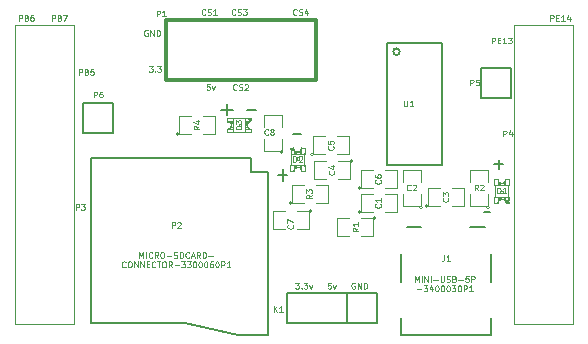
<source format=gto>
G04 (created by PCBNEW (2013-07-07 BZR 4022)-stable) date 29/12/2013 19:41:28*
%MOIN*%
G04 Gerber Fmt 3.4, Leading zero omitted, Abs format*
%FSLAX34Y34*%
G01*
G70*
G90*
G04 APERTURE LIST*
%ADD10C,0.00590551*%
%ADD11C,0.00787402*%
%ADD12C,0.004925*%
%ADD13C,0.004*%
%ADD14C,0.005*%
%ADD15C,0.0039*%
%ADD16C,0.0026*%
%ADD17C,0.002*%
%ADD18C,0.0059*%
%ADD19C,0.006*%
%ADD20C,0.012*%
%ADD21C,0.0043*%
G04 APERTURE END LIST*
G54D10*
G54D11*
X76750Y-63300D02*
X76800Y-63300D01*
X76600Y-63450D02*
X76600Y-63100D01*
X76400Y-63300D02*
X76750Y-63300D01*
X77250Y-63300D02*
X77550Y-63300D01*
X78450Y-65250D02*
X78450Y-65650D01*
X78300Y-65450D02*
X78600Y-65450D01*
X78800Y-64100D02*
X79050Y-64100D01*
X85350Y-66700D02*
X85150Y-66700D01*
X85650Y-65250D02*
X85650Y-64950D01*
X85500Y-65100D02*
X85800Y-65100D01*
G54D12*
X71656Y-62129D02*
X71656Y-61932D01*
X71731Y-61932D01*
X71749Y-61942D01*
X71759Y-61951D01*
X71768Y-61970D01*
X71768Y-61998D01*
X71759Y-62017D01*
X71749Y-62026D01*
X71731Y-62035D01*
X71656Y-62035D01*
X71918Y-62026D02*
X71946Y-62035D01*
X71956Y-62045D01*
X71965Y-62064D01*
X71965Y-62092D01*
X71956Y-62110D01*
X71946Y-62120D01*
X71928Y-62129D01*
X71853Y-62129D01*
X71853Y-61932D01*
X71918Y-61932D01*
X71937Y-61942D01*
X71946Y-61951D01*
X71956Y-61970D01*
X71956Y-61989D01*
X71946Y-62007D01*
X71937Y-62017D01*
X71918Y-62026D01*
X71853Y-62026D01*
X72143Y-61932D02*
X72050Y-61932D01*
X72040Y-62026D01*
X72050Y-62017D01*
X72068Y-62007D01*
X72115Y-62007D01*
X72134Y-62017D01*
X72143Y-62026D01*
X72153Y-62045D01*
X72153Y-62092D01*
X72143Y-62110D01*
X72134Y-62120D01*
X72115Y-62129D01*
X72068Y-62129D01*
X72050Y-62120D01*
X72040Y-62110D01*
X76923Y-62610D02*
X76913Y-62620D01*
X76885Y-62629D01*
X76867Y-62629D01*
X76838Y-62620D01*
X76820Y-62601D01*
X76810Y-62582D01*
X76801Y-62545D01*
X76801Y-62517D01*
X76810Y-62479D01*
X76820Y-62460D01*
X76838Y-62442D01*
X76867Y-62432D01*
X76885Y-62432D01*
X76913Y-62442D01*
X76923Y-62451D01*
X76998Y-62620D02*
X77026Y-62629D01*
X77073Y-62629D01*
X77092Y-62620D01*
X77101Y-62610D01*
X77110Y-62592D01*
X77110Y-62573D01*
X77101Y-62554D01*
X77092Y-62545D01*
X77073Y-62535D01*
X77035Y-62526D01*
X77017Y-62517D01*
X77007Y-62507D01*
X76998Y-62489D01*
X76998Y-62470D01*
X77007Y-62451D01*
X77017Y-62442D01*
X77035Y-62432D01*
X77082Y-62432D01*
X77110Y-62442D01*
X77186Y-62451D02*
X77195Y-62442D01*
X77214Y-62432D01*
X77261Y-62432D01*
X77279Y-62442D01*
X77289Y-62451D01*
X77298Y-62470D01*
X77298Y-62489D01*
X77289Y-62517D01*
X77176Y-62629D01*
X77298Y-62629D01*
X78923Y-60110D02*
X78913Y-60120D01*
X78885Y-60129D01*
X78867Y-60129D01*
X78838Y-60120D01*
X78820Y-60101D01*
X78810Y-60082D01*
X78801Y-60045D01*
X78801Y-60017D01*
X78810Y-59979D01*
X78820Y-59960D01*
X78838Y-59942D01*
X78867Y-59932D01*
X78885Y-59932D01*
X78913Y-59942D01*
X78923Y-59951D01*
X78998Y-60120D02*
X79026Y-60129D01*
X79073Y-60129D01*
X79092Y-60120D01*
X79101Y-60110D01*
X79110Y-60092D01*
X79110Y-60073D01*
X79101Y-60054D01*
X79092Y-60045D01*
X79073Y-60035D01*
X79035Y-60026D01*
X79017Y-60017D01*
X79007Y-60007D01*
X78998Y-59989D01*
X78998Y-59970D01*
X79007Y-59951D01*
X79017Y-59942D01*
X79035Y-59932D01*
X79082Y-59932D01*
X79110Y-59942D01*
X79279Y-59998D02*
X79279Y-60129D01*
X79232Y-59923D02*
X79186Y-60064D01*
X79307Y-60064D01*
X76873Y-60110D02*
X76863Y-60120D01*
X76835Y-60129D01*
X76817Y-60129D01*
X76788Y-60120D01*
X76770Y-60101D01*
X76760Y-60082D01*
X76751Y-60045D01*
X76751Y-60017D01*
X76760Y-59979D01*
X76770Y-59960D01*
X76788Y-59942D01*
X76817Y-59932D01*
X76835Y-59932D01*
X76863Y-59942D01*
X76873Y-59951D01*
X76948Y-60120D02*
X76976Y-60129D01*
X77023Y-60129D01*
X77042Y-60120D01*
X77051Y-60110D01*
X77060Y-60092D01*
X77060Y-60073D01*
X77051Y-60054D01*
X77042Y-60045D01*
X77023Y-60035D01*
X76985Y-60026D01*
X76967Y-60017D01*
X76957Y-60007D01*
X76948Y-59989D01*
X76948Y-59970D01*
X76957Y-59951D01*
X76967Y-59942D01*
X76985Y-59932D01*
X77032Y-59932D01*
X77060Y-59942D01*
X77126Y-59932D02*
X77248Y-59932D01*
X77182Y-60007D01*
X77211Y-60007D01*
X77229Y-60017D01*
X77239Y-60026D01*
X77248Y-60045D01*
X77248Y-60092D01*
X77239Y-60110D01*
X77229Y-60120D01*
X77211Y-60129D01*
X77154Y-60129D01*
X77136Y-60120D01*
X77126Y-60110D01*
X75873Y-60110D02*
X75863Y-60120D01*
X75835Y-60129D01*
X75817Y-60129D01*
X75788Y-60120D01*
X75770Y-60101D01*
X75760Y-60082D01*
X75751Y-60045D01*
X75751Y-60017D01*
X75760Y-59979D01*
X75770Y-59960D01*
X75788Y-59942D01*
X75817Y-59932D01*
X75835Y-59932D01*
X75863Y-59942D01*
X75873Y-59951D01*
X75948Y-60120D02*
X75976Y-60129D01*
X76023Y-60129D01*
X76042Y-60120D01*
X76051Y-60110D01*
X76060Y-60092D01*
X76060Y-60073D01*
X76051Y-60054D01*
X76042Y-60045D01*
X76023Y-60035D01*
X75985Y-60026D01*
X75967Y-60017D01*
X75957Y-60007D01*
X75948Y-59989D01*
X75948Y-59970D01*
X75957Y-59951D01*
X75967Y-59942D01*
X75985Y-59932D01*
X76032Y-59932D01*
X76060Y-59942D01*
X76248Y-60129D02*
X76136Y-60129D01*
X76192Y-60129D02*
X76192Y-59932D01*
X76173Y-59960D01*
X76154Y-59979D01*
X76136Y-59989D01*
X76021Y-62432D02*
X75928Y-62432D01*
X75918Y-62526D01*
X75928Y-62517D01*
X75946Y-62507D01*
X75993Y-62507D01*
X76012Y-62517D01*
X76021Y-62526D01*
X76031Y-62545D01*
X76031Y-62592D01*
X76021Y-62610D01*
X76012Y-62620D01*
X75993Y-62629D01*
X75946Y-62629D01*
X75928Y-62620D01*
X75918Y-62610D01*
X76096Y-62498D02*
X76143Y-62629D01*
X76190Y-62498D01*
X73993Y-61832D02*
X74115Y-61832D01*
X74049Y-61907D01*
X74078Y-61907D01*
X74096Y-61917D01*
X74106Y-61926D01*
X74115Y-61945D01*
X74115Y-61992D01*
X74106Y-62010D01*
X74096Y-62020D01*
X74078Y-62029D01*
X74021Y-62029D01*
X74003Y-62020D01*
X73993Y-62010D01*
X74200Y-62010D02*
X74209Y-62020D01*
X74200Y-62029D01*
X74190Y-62020D01*
X74200Y-62010D01*
X74200Y-62029D01*
X74275Y-61832D02*
X74397Y-61832D01*
X74331Y-61907D01*
X74359Y-61907D01*
X74378Y-61917D01*
X74387Y-61926D01*
X74397Y-61945D01*
X74397Y-61992D01*
X74387Y-62010D01*
X74378Y-62020D01*
X74359Y-62029D01*
X74303Y-62029D01*
X74284Y-62020D01*
X74275Y-62010D01*
X70756Y-60329D02*
X70756Y-60132D01*
X70831Y-60132D01*
X70849Y-60142D01*
X70859Y-60151D01*
X70868Y-60170D01*
X70868Y-60198D01*
X70859Y-60217D01*
X70849Y-60226D01*
X70831Y-60235D01*
X70756Y-60235D01*
X71018Y-60226D02*
X71046Y-60235D01*
X71056Y-60245D01*
X71065Y-60264D01*
X71065Y-60292D01*
X71056Y-60310D01*
X71046Y-60320D01*
X71028Y-60329D01*
X70953Y-60329D01*
X70953Y-60132D01*
X71018Y-60132D01*
X71037Y-60142D01*
X71046Y-60151D01*
X71056Y-60170D01*
X71056Y-60189D01*
X71046Y-60207D01*
X71037Y-60217D01*
X71018Y-60226D01*
X70953Y-60226D01*
X71131Y-60132D02*
X71262Y-60132D01*
X71178Y-60329D01*
X69656Y-60329D02*
X69656Y-60132D01*
X69731Y-60132D01*
X69749Y-60142D01*
X69759Y-60151D01*
X69768Y-60170D01*
X69768Y-60198D01*
X69759Y-60217D01*
X69749Y-60226D01*
X69731Y-60235D01*
X69656Y-60235D01*
X69918Y-60226D02*
X69946Y-60235D01*
X69956Y-60245D01*
X69965Y-60264D01*
X69965Y-60292D01*
X69956Y-60310D01*
X69946Y-60320D01*
X69928Y-60329D01*
X69853Y-60329D01*
X69853Y-60132D01*
X69918Y-60132D01*
X69937Y-60142D01*
X69946Y-60151D01*
X69956Y-60170D01*
X69956Y-60189D01*
X69946Y-60207D01*
X69937Y-60217D01*
X69918Y-60226D01*
X69853Y-60226D01*
X70134Y-60132D02*
X70097Y-60132D01*
X70078Y-60142D01*
X70068Y-60151D01*
X70050Y-60179D01*
X70040Y-60217D01*
X70040Y-60292D01*
X70050Y-60310D01*
X70059Y-60320D01*
X70078Y-60329D01*
X70115Y-60329D01*
X70134Y-60320D01*
X70143Y-60310D01*
X70153Y-60292D01*
X70153Y-60245D01*
X70143Y-60226D01*
X70134Y-60217D01*
X70115Y-60207D01*
X70078Y-60207D01*
X70059Y-60217D01*
X70050Y-60226D01*
X70040Y-60245D01*
X73949Y-60642D02*
X73931Y-60632D01*
X73903Y-60632D01*
X73874Y-60642D01*
X73856Y-60660D01*
X73846Y-60679D01*
X73837Y-60717D01*
X73837Y-60745D01*
X73846Y-60782D01*
X73856Y-60801D01*
X73874Y-60820D01*
X73903Y-60829D01*
X73921Y-60829D01*
X73949Y-60820D01*
X73959Y-60810D01*
X73959Y-60745D01*
X73921Y-60745D01*
X74043Y-60829D02*
X74043Y-60632D01*
X74156Y-60829D01*
X74156Y-60632D01*
X74250Y-60829D02*
X74250Y-60632D01*
X74297Y-60632D01*
X74325Y-60642D01*
X74343Y-60660D01*
X74353Y-60679D01*
X74362Y-60717D01*
X74362Y-60745D01*
X74353Y-60782D01*
X74343Y-60801D01*
X74325Y-60820D01*
X74297Y-60829D01*
X74250Y-60829D01*
X87371Y-60329D02*
X87371Y-60132D01*
X87446Y-60132D01*
X87465Y-60142D01*
X87474Y-60151D01*
X87484Y-60170D01*
X87484Y-60198D01*
X87474Y-60217D01*
X87465Y-60226D01*
X87446Y-60235D01*
X87371Y-60235D01*
X87568Y-60226D02*
X87634Y-60226D01*
X87662Y-60329D02*
X87568Y-60329D01*
X87568Y-60132D01*
X87662Y-60132D01*
X87850Y-60329D02*
X87737Y-60329D01*
X87793Y-60329D02*
X87793Y-60132D01*
X87775Y-60160D01*
X87756Y-60179D01*
X87737Y-60189D01*
X88018Y-60198D02*
X88018Y-60329D01*
X87972Y-60123D02*
X87925Y-60264D01*
X88047Y-60264D01*
X85421Y-61079D02*
X85421Y-60882D01*
X85496Y-60882D01*
X85515Y-60892D01*
X85524Y-60901D01*
X85534Y-60920D01*
X85534Y-60948D01*
X85524Y-60967D01*
X85515Y-60976D01*
X85496Y-60985D01*
X85421Y-60985D01*
X85618Y-60976D02*
X85684Y-60976D01*
X85712Y-61079D02*
X85618Y-61079D01*
X85618Y-60882D01*
X85712Y-60882D01*
X85900Y-61079D02*
X85787Y-61079D01*
X85843Y-61079D02*
X85843Y-60882D01*
X85825Y-60910D01*
X85806Y-60929D01*
X85787Y-60939D01*
X85965Y-60882D02*
X86087Y-60882D01*
X86022Y-60957D01*
X86050Y-60957D01*
X86068Y-60967D01*
X86078Y-60976D01*
X86087Y-60995D01*
X86087Y-61042D01*
X86078Y-61060D01*
X86068Y-61070D01*
X86050Y-61079D01*
X85993Y-61079D01*
X85975Y-61070D01*
X85965Y-61060D01*
G54D13*
X78874Y-69057D02*
X78996Y-69057D01*
X78930Y-69132D01*
X78958Y-69132D01*
X78977Y-69142D01*
X78986Y-69151D01*
X78996Y-69170D01*
X78996Y-69217D01*
X78986Y-69235D01*
X78977Y-69245D01*
X78958Y-69254D01*
X78902Y-69254D01*
X78883Y-69245D01*
X78874Y-69235D01*
X79080Y-69235D02*
X79090Y-69245D01*
X79080Y-69254D01*
X79071Y-69245D01*
X79080Y-69235D01*
X79080Y-69254D01*
X79155Y-69057D02*
X79277Y-69057D01*
X79211Y-69132D01*
X79240Y-69132D01*
X79258Y-69142D01*
X79268Y-69151D01*
X79277Y-69170D01*
X79277Y-69217D01*
X79268Y-69235D01*
X79258Y-69245D01*
X79240Y-69254D01*
X79183Y-69254D01*
X79165Y-69245D01*
X79155Y-69235D01*
X79343Y-69123D02*
X79390Y-69254D01*
X79437Y-69123D01*
X80056Y-69057D02*
X79962Y-69057D01*
X79953Y-69151D01*
X79962Y-69142D01*
X79981Y-69132D01*
X80028Y-69132D01*
X80046Y-69142D01*
X80056Y-69151D01*
X80065Y-69170D01*
X80065Y-69217D01*
X80056Y-69235D01*
X80046Y-69245D01*
X80028Y-69254D01*
X79981Y-69254D01*
X79962Y-69245D01*
X79953Y-69235D01*
X80131Y-69123D02*
X80178Y-69254D01*
X80225Y-69123D01*
X80853Y-69067D02*
X80834Y-69057D01*
X80806Y-69057D01*
X80778Y-69067D01*
X80759Y-69085D01*
X80750Y-69104D01*
X80741Y-69142D01*
X80741Y-69170D01*
X80750Y-69207D01*
X80759Y-69226D01*
X80778Y-69245D01*
X80806Y-69254D01*
X80825Y-69254D01*
X80853Y-69245D01*
X80863Y-69235D01*
X80863Y-69170D01*
X80825Y-69170D01*
X80947Y-69254D02*
X80947Y-69057D01*
X81060Y-69254D01*
X81060Y-69057D01*
X81153Y-69254D02*
X81153Y-69057D01*
X81200Y-69057D01*
X81228Y-69067D01*
X81247Y-69085D01*
X81257Y-69104D01*
X81266Y-69142D01*
X81266Y-69170D01*
X81257Y-69207D01*
X81247Y-69226D01*
X81228Y-69245D01*
X81200Y-69254D01*
X81153Y-69254D01*
X82855Y-69029D02*
X82855Y-68832D01*
X82921Y-68973D01*
X82986Y-68832D01*
X82986Y-69029D01*
X83080Y-69029D02*
X83080Y-68832D01*
X83174Y-69029D02*
X83174Y-68832D01*
X83287Y-69029D01*
X83287Y-68832D01*
X83380Y-69029D02*
X83380Y-68832D01*
X83474Y-68954D02*
X83624Y-68954D01*
X83718Y-68832D02*
X83718Y-68992D01*
X83728Y-69010D01*
X83737Y-69020D01*
X83756Y-69029D01*
X83793Y-69029D01*
X83812Y-69020D01*
X83821Y-69010D01*
X83831Y-68992D01*
X83831Y-68832D01*
X83915Y-69020D02*
X83943Y-69029D01*
X83990Y-69029D01*
X84009Y-69020D01*
X84018Y-69010D01*
X84028Y-68992D01*
X84028Y-68973D01*
X84018Y-68954D01*
X84009Y-68945D01*
X83990Y-68935D01*
X83953Y-68926D01*
X83934Y-68917D01*
X83925Y-68907D01*
X83915Y-68889D01*
X83915Y-68870D01*
X83925Y-68851D01*
X83934Y-68842D01*
X83953Y-68832D01*
X84000Y-68832D01*
X84028Y-68842D01*
X84178Y-68926D02*
X84206Y-68935D01*
X84215Y-68945D01*
X84225Y-68964D01*
X84225Y-68992D01*
X84215Y-69010D01*
X84206Y-69020D01*
X84187Y-69029D01*
X84112Y-69029D01*
X84112Y-68832D01*
X84178Y-68832D01*
X84197Y-68842D01*
X84206Y-68851D01*
X84215Y-68870D01*
X84215Y-68889D01*
X84206Y-68907D01*
X84197Y-68917D01*
X84178Y-68926D01*
X84112Y-68926D01*
X84309Y-68954D02*
X84459Y-68954D01*
X84647Y-68832D02*
X84553Y-68832D01*
X84544Y-68926D01*
X84553Y-68917D01*
X84572Y-68907D01*
X84619Y-68907D01*
X84638Y-68917D01*
X84647Y-68926D01*
X84656Y-68945D01*
X84656Y-68992D01*
X84647Y-69010D01*
X84638Y-69020D01*
X84619Y-69029D01*
X84572Y-69029D01*
X84553Y-69020D01*
X84544Y-69010D01*
X84741Y-69029D02*
X84741Y-68832D01*
X84816Y-68832D01*
X84835Y-68842D01*
X84844Y-68851D01*
X84853Y-68870D01*
X84853Y-68898D01*
X84844Y-68917D01*
X84835Y-68926D01*
X84816Y-68935D01*
X84741Y-68935D01*
X82925Y-69270D02*
X83076Y-69270D01*
X83151Y-69148D02*
X83273Y-69148D01*
X83207Y-69223D01*
X83235Y-69223D01*
X83254Y-69232D01*
X83263Y-69242D01*
X83273Y-69261D01*
X83273Y-69308D01*
X83263Y-69326D01*
X83254Y-69336D01*
X83235Y-69345D01*
X83179Y-69345D01*
X83160Y-69336D01*
X83151Y-69326D01*
X83441Y-69214D02*
X83441Y-69345D01*
X83395Y-69139D02*
X83348Y-69279D01*
X83470Y-69279D01*
X83582Y-69148D02*
X83601Y-69148D01*
X83620Y-69157D01*
X83629Y-69167D01*
X83638Y-69186D01*
X83648Y-69223D01*
X83648Y-69270D01*
X83638Y-69308D01*
X83629Y-69326D01*
X83620Y-69336D01*
X83601Y-69345D01*
X83582Y-69345D01*
X83563Y-69336D01*
X83554Y-69326D01*
X83545Y-69308D01*
X83535Y-69270D01*
X83535Y-69223D01*
X83545Y-69186D01*
X83554Y-69167D01*
X83563Y-69157D01*
X83582Y-69148D01*
X83770Y-69148D02*
X83789Y-69148D01*
X83807Y-69157D01*
X83817Y-69167D01*
X83826Y-69186D01*
X83835Y-69223D01*
X83835Y-69270D01*
X83826Y-69308D01*
X83817Y-69326D01*
X83807Y-69336D01*
X83789Y-69345D01*
X83770Y-69345D01*
X83751Y-69336D01*
X83742Y-69326D01*
X83732Y-69308D01*
X83723Y-69270D01*
X83723Y-69223D01*
X83732Y-69186D01*
X83742Y-69167D01*
X83751Y-69157D01*
X83770Y-69148D01*
X83957Y-69148D02*
X83976Y-69148D01*
X83995Y-69157D01*
X84004Y-69167D01*
X84014Y-69186D01*
X84023Y-69223D01*
X84023Y-69270D01*
X84014Y-69308D01*
X84004Y-69326D01*
X83995Y-69336D01*
X83976Y-69345D01*
X83957Y-69345D01*
X83939Y-69336D01*
X83929Y-69326D01*
X83920Y-69308D01*
X83910Y-69270D01*
X83910Y-69223D01*
X83920Y-69186D01*
X83929Y-69167D01*
X83939Y-69157D01*
X83957Y-69148D01*
X84089Y-69148D02*
X84211Y-69148D01*
X84145Y-69223D01*
X84173Y-69223D01*
X84192Y-69232D01*
X84201Y-69242D01*
X84211Y-69261D01*
X84211Y-69308D01*
X84201Y-69326D01*
X84192Y-69336D01*
X84173Y-69345D01*
X84117Y-69345D01*
X84098Y-69336D01*
X84089Y-69326D01*
X84333Y-69148D02*
X84351Y-69148D01*
X84370Y-69157D01*
X84380Y-69167D01*
X84389Y-69186D01*
X84398Y-69223D01*
X84398Y-69270D01*
X84389Y-69308D01*
X84380Y-69326D01*
X84370Y-69336D01*
X84351Y-69345D01*
X84333Y-69345D01*
X84314Y-69336D01*
X84304Y-69326D01*
X84295Y-69308D01*
X84286Y-69270D01*
X84286Y-69223D01*
X84295Y-69186D01*
X84304Y-69167D01*
X84314Y-69157D01*
X84333Y-69148D01*
X84483Y-69345D02*
X84483Y-69148D01*
X84558Y-69148D01*
X84577Y-69157D01*
X84586Y-69167D01*
X84595Y-69186D01*
X84595Y-69214D01*
X84586Y-69232D01*
X84577Y-69242D01*
X84558Y-69251D01*
X84483Y-69251D01*
X84783Y-69345D02*
X84670Y-69345D01*
X84727Y-69345D02*
X84727Y-69148D01*
X84708Y-69176D01*
X84689Y-69195D01*
X84670Y-69204D01*
X73671Y-68229D02*
X73671Y-68032D01*
X73736Y-68173D01*
X73802Y-68032D01*
X73802Y-68229D01*
X73896Y-68229D02*
X73896Y-68032D01*
X74102Y-68210D02*
X74093Y-68220D01*
X74065Y-68229D01*
X74046Y-68229D01*
X74018Y-68220D01*
X73999Y-68201D01*
X73990Y-68182D01*
X73980Y-68145D01*
X73980Y-68117D01*
X73990Y-68079D01*
X73999Y-68060D01*
X74018Y-68042D01*
X74046Y-68032D01*
X74065Y-68032D01*
X74093Y-68042D01*
X74102Y-68051D01*
X74299Y-68229D02*
X74233Y-68135D01*
X74187Y-68229D02*
X74187Y-68032D01*
X74262Y-68032D01*
X74280Y-68042D01*
X74290Y-68051D01*
X74299Y-68070D01*
X74299Y-68098D01*
X74290Y-68117D01*
X74280Y-68126D01*
X74262Y-68135D01*
X74187Y-68135D01*
X74421Y-68032D02*
X74459Y-68032D01*
X74477Y-68042D01*
X74496Y-68060D01*
X74506Y-68098D01*
X74506Y-68164D01*
X74496Y-68201D01*
X74477Y-68220D01*
X74459Y-68229D01*
X74421Y-68229D01*
X74402Y-68220D01*
X74384Y-68201D01*
X74374Y-68164D01*
X74374Y-68098D01*
X74384Y-68060D01*
X74402Y-68042D01*
X74421Y-68032D01*
X74590Y-68154D02*
X74740Y-68154D01*
X74824Y-68220D02*
X74853Y-68229D01*
X74900Y-68229D01*
X74918Y-68220D01*
X74928Y-68210D01*
X74937Y-68192D01*
X74937Y-68173D01*
X74928Y-68154D01*
X74918Y-68145D01*
X74900Y-68135D01*
X74862Y-68126D01*
X74843Y-68117D01*
X74834Y-68107D01*
X74824Y-68089D01*
X74824Y-68070D01*
X74834Y-68051D01*
X74843Y-68042D01*
X74862Y-68032D01*
X74909Y-68032D01*
X74937Y-68042D01*
X75021Y-68229D02*
X75021Y-68032D01*
X75068Y-68032D01*
X75097Y-68042D01*
X75115Y-68060D01*
X75125Y-68079D01*
X75134Y-68117D01*
X75134Y-68145D01*
X75125Y-68182D01*
X75115Y-68201D01*
X75097Y-68220D01*
X75068Y-68229D01*
X75021Y-68229D01*
X75331Y-68210D02*
X75322Y-68220D01*
X75294Y-68229D01*
X75275Y-68229D01*
X75247Y-68220D01*
X75228Y-68201D01*
X75218Y-68182D01*
X75209Y-68145D01*
X75209Y-68117D01*
X75218Y-68079D01*
X75228Y-68060D01*
X75247Y-68042D01*
X75275Y-68032D01*
X75294Y-68032D01*
X75322Y-68042D01*
X75331Y-68051D01*
X75406Y-68173D02*
X75500Y-68173D01*
X75387Y-68229D02*
X75453Y-68032D01*
X75519Y-68229D01*
X75697Y-68229D02*
X75631Y-68135D01*
X75584Y-68229D02*
X75584Y-68032D01*
X75659Y-68032D01*
X75678Y-68042D01*
X75688Y-68051D01*
X75697Y-68070D01*
X75697Y-68098D01*
X75688Y-68117D01*
X75678Y-68126D01*
X75659Y-68135D01*
X75584Y-68135D01*
X75781Y-68229D02*
X75781Y-68032D01*
X75828Y-68032D01*
X75856Y-68042D01*
X75875Y-68060D01*
X75885Y-68079D01*
X75894Y-68117D01*
X75894Y-68145D01*
X75885Y-68182D01*
X75875Y-68201D01*
X75856Y-68220D01*
X75828Y-68229D01*
X75781Y-68229D01*
X75978Y-68154D02*
X76128Y-68154D01*
X73216Y-68526D02*
X73206Y-68536D01*
X73178Y-68545D01*
X73159Y-68545D01*
X73131Y-68536D01*
X73112Y-68517D01*
X73103Y-68498D01*
X73094Y-68461D01*
X73094Y-68432D01*
X73103Y-68395D01*
X73112Y-68376D01*
X73131Y-68357D01*
X73159Y-68348D01*
X73178Y-68348D01*
X73206Y-68357D01*
X73216Y-68367D01*
X73338Y-68348D02*
X73375Y-68348D01*
X73394Y-68357D01*
X73413Y-68376D01*
X73422Y-68414D01*
X73422Y-68479D01*
X73413Y-68517D01*
X73394Y-68536D01*
X73375Y-68545D01*
X73338Y-68545D01*
X73319Y-68536D01*
X73300Y-68517D01*
X73291Y-68479D01*
X73291Y-68414D01*
X73300Y-68376D01*
X73319Y-68357D01*
X73338Y-68348D01*
X73506Y-68545D02*
X73506Y-68348D01*
X73619Y-68545D01*
X73619Y-68348D01*
X73713Y-68545D02*
X73713Y-68348D01*
X73825Y-68545D01*
X73825Y-68348D01*
X73919Y-68442D02*
X73985Y-68442D01*
X74013Y-68545D02*
X73919Y-68545D01*
X73919Y-68348D01*
X74013Y-68348D01*
X74210Y-68526D02*
X74201Y-68536D01*
X74172Y-68545D01*
X74154Y-68545D01*
X74126Y-68536D01*
X74107Y-68517D01*
X74097Y-68498D01*
X74088Y-68461D01*
X74088Y-68432D01*
X74097Y-68395D01*
X74107Y-68376D01*
X74126Y-68357D01*
X74154Y-68348D01*
X74172Y-68348D01*
X74201Y-68357D01*
X74210Y-68367D01*
X74266Y-68348D02*
X74379Y-68348D01*
X74323Y-68545D02*
X74323Y-68348D01*
X74482Y-68348D02*
X74520Y-68348D01*
X74538Y-68357D01*
X74557Y-68376D01*
X74566Y-68414D01*
X74566Y-68479D01*
X74557Y-68517D01*
X74538Y-68536D01*
X74520Y-68545D01*
X74482Y-68545D01*
X74463Y-68536D01*
X74445Y-68517D01*
X74435Y-68479D01*
X74435Y-68414D01*
X74445Y-68376D01*
X74463Y-68357D01*
X74482Y-68348D01*
X74763Y-68545D02*
X74698Y-68451D01*
X74651Y-68545D02*
X74651Y-68348D01*
X74726Y-68348D01*
X74745Y-68357D01*
X74754Y-68367D01*
X74763Y-68386D01*
X74763Y-68414D01*
X74754Y-68432D01*
X74745Y-68442D01*
X74726Y-68451D01*
X74651Y-68451D01*
X74848Y-68470D02*
X74998Y-68470D01*
X75073Y-68348D02*
X75195Y-68348D01*
X75129Y-68423D01*
X75157Y-68423D01*
X75176Y-68432D01*
X75186Y-68442D01*
X75195Y-68461D01*
X75195Y-68508D01*
X75186Y-68526D01*
X75176Y-68536D01*
X75157Y-68545D01*
X75101Y-68545D01*
X75082Y-68536D01*
X75073Y-68526D01*
X75261Y-68348D02*
X75383Y-68348D01*
X75317Y-68423D01*
X75345Y-68423D01*
X75364Y-68432D01*
X75373Y-68442D01*
X75383Y-68461D01*
X75383Y-68508D01*
X75373Y-68526D01*
X75364Y-68536D01*
X75345Y-68545D01*
X75289Y-68545D01*
X75270Y-68536D01*
X75261Y-68526D01*
X75505Y-68348D02*
X75523Y-68348D01*
X75542Y-68357D01*
X75551Y-68367D01*
X75561Y-68386D01*
X75570Y-68423D01*
X75570Y-68470D01*
X75561Y-68508D01*
X75551Y-68526D01*
X75542Y-68536D01*
X75523Y-68545D01*
X75505Y-68545D01*
X75486Y-68536D01*
X75476Y-68526D01*
X75467Y-68508D01*
X75458Y-68470D01*
X75458Y-68423D01*
X75467Y-68386D01*
X75476Y-68367D01*
X75486Y-68357D01*
X75505Y-68348D01*
X75692Y-68348D02*
X75711Y-68348D01*
X75730Y-68357D01*
X75739Y-68367D01*
X75748Y-68386D01*
X75758Y-68423D01*
X75758Y-68470D01*
X75748Y-68508D01*
X75739Y-68526D01*
X75730Y-68536D01*
X75711Y-68545D01*
X75692Y-68545D01*
X75673Y-68536D01*
X75664Y-68526D01*
X75655Y-68508D01*
X75645Y-68470D01*
X75645Y-68423D01*
X75655Y-68386D01*
X75664Y-68367D01*
X75673Y-68357D01*
X75692Y-68348D01*
X75880Y-68348D02*
X75899Y-68348D01*
X75917Y-68357D01*
X75927Y-68367D01*
X75936Y-68386D01*
X75945Y-68423D01*
X75945Y-68470D01*
X75936Y-68508D01*
X75927Y-68526D01*
X75917Y-68536D01*
X75899Y-68545D01*
X75880Y-68545D01*
X75861Y-68536D01*
X75852Y-68526D01*
X75842Y-68508D01*
X75833Y-68470D01*
X75833Y-68423D01*
X75842Y-68386D01*
X75852Y-68367D01*
X75861Y-68357D01*
X75880Y-68348D01*
X76114Y-68348D02*
X76077Y-68348D01*
X76058Y-68357D01*
X76049Y-68367D01*
X76030Y-68395D01*
X76021Y-68432D01*
X76021Y-68508D01*
X76030Y-68526D01*
X76039Y-68536D01*
X76058Y-68545D01*
X76096Y-68545D01*
X76114Y-68536D01*
X76124Y-68526D01*
X76133Y-68508D01*
X76133Y-68461D01*
X76124Y-68442D01*
X76114Y-68432D01*
X76096Y-68423D01*
X76058Y-68423D01*
X76039Y-68432D01*
X76030Y-68442D01*
X76021Y-68461D01*
X76255Y-68348D02*
X76274Y-68348D01*
X76293Y-68357D01*
X76302Y-68367D01*
X76311Y-68386D01*
X76321Y-68423D01*
X76321Y-68470D01*
X76311Y-68508D01*
X76302Y-68526D01*
X76293Y-68536D01*
X76274Y-68545D01*
X76255Y-68545D01*
X76236Y-68536D01*
X76227Y-68526D01*
X76218Y-68508D01*
X76208Y-68470D01*
X76208Y-68423D01*
X76218Y-68386D01*
X76227Y-68367D01*
X76236Y-68357D01*
X76255Y-68348D01*
X76405Y-68545D02*
X76405Y-68348D01*
X76480Y-68348D01*
X76499Y-68357D01*
X76508Y-68367D01*
X76518Y-68386D01*
X76518Y-68414D01*
X76508Y-68432D01*
X76499Y-68442D01*
X76480Y-68451D01*
X76405Y-68451D01*
X76705Y-68545D02*
X76593Y-68545D01*
X76649Y-68545D02*
X76649Y-68348D01*
X76630Y-68376D01*
X76612Y-68395D01*
X76593Y-68404D01*
G54D14*
X76950Y-70800D02*
X75200Y-70400D01*
X72050Y-70400D02*
X75220Y-70400D01*
X72050Y-64900D02*
X72050Y-70400D01*
X77950Y-70800D02*
X76953Y-70800D01*
X77400Y-64900D02*
X77400Y-65350D01*
X77400Y-65350D02*
X77950Y-65350D01*
X72050Y-64900D02*
X77400Y-64900D01*
X77950Y-65350D02*
X77950Y-70800D01*
G54D15*
X81050Y-66700D02*
G75*
G03X81050Y-66700I-50J0D01*
G74*
G01*
X81450Y-66700D02*
X81050Y-66700D01*
X81050Y-66700D02*
X81050Y-66100D01*
X81050Y-66100D02*
X81450Y-66100D01*
X81850Y-66100D02*
X82250Y-66100D01*
X82250Y-66100D02*
X82250Y-66700D01*
X82250Y-66700D02*
X81850Y-66700D01*
X83100Y-66550D02*
G75*
G03X83100Y-66550I-50J0D01*
G74*
G01*
X83050Y-66100D02*
X83050Y-66500D01*
X83050Y-66500D02*
X82450Y-66500D01*
X82450Y-66500D02*
X82450Y-66100D01*
X82450Y-65700D02*
X82450Y-65300D01*
X82450Y-65300D02*
X83050Y-65300D01*
X83050Y-65300D02*
X83050Y-65700D01*
X83300Y-66500D02*
G75*
G03X83300Y-66500I-50J0D01*
G74*
G01*
X83700Y-66500D02*
X83300Y-66500D01*
X83300Y-66500D02*
X83300Y-65900D01*
X83300Y-65900D02*
X83700Y-65900D01*
X84100Y-65900D02*
X84500Y-65900D01*
X84500Y-65900D02*
X84500Y-66500D01*
X84500Y-66500D02*
X84100Y-66500D01*
X80800Y-65000D02*
G75*
G03X80800Y-65000I-50J0D01*
G74*
G01*
X80300Y-65000D02*
X80700Y-65000D01*
X80700Y-65000D02*
X80700Y-65600D01*
X80700Y-65600D02*
X80300Y-65600D01*
X79900Y-65600D02*
X79500Y-65600D01*
X79500Y-65600D02*
X79500Y-65000D01*
X79500Y-65000D02*
X79900Y-65000D01*
X79475Y-64775D02*
G75*
G03X79475Y-64775I-50J0D01*
G74*
G01*
X79875Y-64775D02*
X79475Y-64775D01*
X79475Y-64775D02*
X79475Y-64175D01*
X79475Y-64175D02*
X79875Y-64175D01*
X80275Y-64175D02*
X80675Y-64175D01*
X80675Y-64175D02*
X80675Y-64775D01*
X80675Y-64775D02*
X80275Y-64775D01*
X81050Y-65900D02*
G75*
G03X81050Y-65900I-50J0D01*
G74*
G01*
X81450Y-65900D02*
X81050Y-65900D01*
X81050Y-65900D02*
X81050Y-65300D01*
X81050Y-65300D02*
X81450Y-65300D01*
X81850Y-65300D02*
X82250Y-65300D01*
X82250Y-65300D02*
X82250Y-65900D01*
X82250Y-65900D02*
X81850Y-65900D01*
G54D16*
X85632Y-66196D02*
X85504Y-66196D01*
X85504Y-66196D02*
X85504Y-66393D01*
X85632Y-66393D02*
X85504Y-66393D01*
X85632Y-66196D02*
X85632Y-66393D01*
X85877Y-66196D02*
X85818Y-66196D01*
X85818Y-66196D02*
X85818Y-66295D01*
X85877Y-66295D02*
X85818Y-66295D01*
X85877Y-66196D02*
X85877Y-66295D01*
X85682Y-66196D02*
X85623Y-66196D01*
X85623Y-66196D02*
X85623Y-66295D01*
X85682Y-66295D02*
X85623Y-66295D01*
X85682Y-66196D02*
X85682Y-66295D01*
X85828Y-66196D02*
X85672Y-66196D01*
X85672Y-66196D02*
X85672Y-66265D01*
X85828Y-66265D02*
X85672Y-66265D01*
X85828Y-66196D02*
X85828Y-66265D01*
X85632Y-65607D02*
X85504Y-65607D01*
X85504Y-65607D02*
X85504Y-65804D01*
X85632Y-65804D02*
X85504Y-65804D01*
X85632Y-65607D02*
X85632Y-65804D01*
X85996Y-65607D02*
X85868Y-65607D01*
X85868Y-65607D02*
X85868Y-65804D01*
X85996Y-65804D02*
X85868Y-65804D01*
X85996Y-65607D02*
X85996Y-65804D01*
X85682Y-65705D02*
X85623Y-65705D01*
X85623Y-65705D02*
X85623Y-65804D01*
X85682Y-65804D02*
X85623Y-65804D01*
X85682Y-65705D02*
X85682Y-65804D01*
X85877Y-65705D02*
X85818Y-65705D01*
X85818Y-65705D02*
X85818Y-65804D01*
X85877Y-65804D02*
X85818Y-65804D01*
X85877Y-65705D02*
X85877Y-65804D01*
X85828Y-65735D02*
X85672Y-65735D01*
X85672Y-65735D02*
X85672Y-65804D01*
X85828Y-65804D02*
X85672Y-65804D01*
X85828Y-65735D02*
X85828Y-65804D01*
X85789Y-66000D02*
X85711Y-66000D01*
X85711Y-66000D02*
X85711Y-66078D01*
X85789Y-66078D02*
X85711Y-66078D01*
X85789Y-66000D02*
X85789Y-66078D01*
X85986Y-66196D02*
X85868Y-66196D01*
X85868Y-66196D02*
X85868Y-66314D01*
X85986Y-66314D02*
X85868Y-66314D01*
X85986Y-66196D02*
X85986Y-66314D01*
X85996Y-66364D02*
X85907Y-66364D01*
X85907Y-66364D02*
X85907Y-66393D01*
X85996Y-66393D02*
X85907Y-66393D01*
X85996Y-66364D02*
X85996Y-66393D01*
G54D13*
X85524Y-66206D02*
X85524Y-65794D01*
X85976Y-65804D02*
X85976Y-66364D01*
G54D17*
X85955Y-66334D02*
G75*
G03X85955Y-66334I-28J0D01*
G74*
G01*
G54D13*
X85887Y-66393D02*
G75*
G03X85613Y-66393I-137J0D01*
G74*
G01*
X85613Y-65607D02*
G75*
G03X85887Y-65607I137J0D01*
G74*
G01*
G54D16*
X79068Y-64754D02*
X79196Y-64754D01*
X79196Y-64754D02*
X79196Y-64557D01*
X79068Y-64557D02*
X79196Y-64557D01*
X79068Y-64754D02*
X79068Y-64557D01*
X78823Y-64754D02*
X78882Y-64754D01*
X78882Y-64754D02*
X78882Y-64655D01*
X78823Y-64655D02*
X78882Y-64655D01*
X78823Y-64754D02*
X78823Y-64655D01*
X79018Y-64754D02*
X79077Y-64754D01*
X79077Y-64754D02*
X79077Y-64655D01*
X79018Y-64655D02*
X79077Y-64655D01*
X79018Y-64754D02*
X79018Y-64655D01*
X78872Y-64754D02*
X79028Y-64754D01*
X79028Y-64754D02*
X79028Y-64685D01*
X78872Y-64685D02*
X79028Y-64685D01*
X78872Y-64754D02*
X78872Y-64685D01*
X79068Y-65343D02*
X79196Y-65343D01*
X79196Y-65343D02*
X79196Y-65146D01*
X79068Y-65146D02*
X79196Y-65146D01*
X79068Y-65343D02*
X79068Y-65146D01*
X78704Y-65343D02*
X78832Y-65343D01*
X78832Y-65343D02*
X78832Y-65146D01*
X78704Y-65146D02*
X78832Y-65146D01*
X78704Y-65343D02*
X78704Y-65146D01*
X79018Y-65245D02*
X79077Y-65245D01*
X79077Y-65245D02*
X79077Y-65146D01*
X79018Y-65146D02*
X79077Y-65146D01*
X79018Y-65245D02*
X79018Y-65146D01*
X78823Y-65245D02*
X78882Y-65245D01*
X78882Y-65245D02*
X78882Y-65146D01*
X78823Y-65146D02*
X78882Y-65146D01*
X78823Y-65245D02*
X78823Y-65146D01*
X78872Y-65215D02*
X79028Y-65215D01*
X79028Y-65215D02*
X79028Y-65146D01*
X78872Y-65146D02*
X79028Y-65146D01*
X78872Y-65215D02*
X78872Y-65146D01*
X78911Y-64950D02*
X78989Y-64950D01*
X78989Y-64950D02*
X78989Y-64872D01*
X78911Y-64872D02*
X78989Y-64872D01*
X78911Y-64950D02*
X78911Y-64872D01*
X78714Y-64754D02*
X78832Y-64754D01*
X78832Y-64754D02*
X78832Y-64636D01*
X78714Y-64636D02*
X78832Y-64636D01*
X78714Y-64754D02*
X78714Y-64636D01*
X78704Y-64586D02*
X78793Y-64586D01*
X78793Y-64586D02*
X78793Y-64557D01*
X78704Y-64557D02*
X78793Y-64557D01*
X78704Y-64586D02*
X78704Y-64557D01*
G54D13*
X79176Y-64744D02*
X79176Y-65156D01*
X78724Y-65146D02*
X78724Y-64586D01*
G54D17*
X78801Y-64616D02*
G75*
G03X78801Y-64616I-28J0D01*
G74*
G01*
G54D13*
X78813Y-64557D02*
G75*
G03X79087Y-64557I137J0D01*
G74*
G01*
X79087Y-65343D02*
G75*
G03X78813Y-65343I-137J0D01*
G74*
G01*
G54D15*
X81550Y-66900D02*
G75*
G03X81550Y-66900I-50J0D01*
G74*
G01*
X81050Y-66900D02*
X81450Y-66900D01*
X81450Y-66900D02*
X81450Y-67500D01*
X81450Y-67500D02*
X81050Y-67500D01*
X80650Y-67500D02*
X80250Y-67500D01*
X80250Y-67500D02*
X80250Y-66900D01*
X80250Y-66900D02*
X80650Y-66900D01*
X85350Y-66550D02*
G75*
G03X85350Y-66550I-50J0D01*
G74*
G01*
X85300Y-66100D02*
X85300Y-66500D01*
X85300Y-66500D02*
X84700Y-66500D01*
X84700Y-66500D02*
X84700Y-66100D01*
X84700Y-65700D02*
X84700Y-65300D01*
X84700Y-65300D02*
X85300Y-65300D01*
X85300Y-65300D02*
X85300Y-65700D01*
X78750Y-66400D02*
G75*
G03X78750Y-66400I-50J0D01*
G74*
G01*
X79150Y-66400D02*
X78750Y-66400D01*
X78750Y-66400D02*
X78750Y-65800D01*
X78750Y-65800D02*
X79150Y-65800D01*
X79550Y-65800D02*
X79950Y-65800D01*
X79950Y-65800D02*
X79950Y-66400D01*
X79950Y-66400D02*
X79550Y-66400D01*
G54D18*
X83756Y-65147D02*
X81944Y-65147D01*
X81944Y-61053D02*
X83756Y-61053D01*
X83756Y-61053D02*
X83756Y-65147D01*
X81944Y-65147D02*
X81944Y-61053D01*
X82357Y-61352D02*
G75*
G03X82357Y-61352I-111J0D01*
G74*
G01*
G54D16*
X77196Y-63918D02*
X77196Y-64046D01*
X77196Y-64046D02*
X77393Y-64046D01*
X77393Y-63918D02*
X77393Y-64046D01*
X77196Y-63918D02*
X77393Y-63918D01*
X77196Y-63673D02*
X77196Y-63732D01*
X77196Y-63732D02*
X77295Y-63732D01*
X77295Y-63673D02*
X77295Y-63732D01*
X77196Y-63673D02*
X77295Y-63673D01*
X77196Y-63868D02*
X77196Y-63927D01*
X77196Y-63927D02*
X77295Y-63927D01*
X77295Y-63868D02*
X77295Y-63927D01*
X77196Y-63868D02*
X77295Y-63868D01*
X77196Y-63722D02*
X77196Y-63878D01*
X77196Y-63878D02*
X77265Y-63878D01*
X77265Y-63722D02*
X77265Y-63878D01*
X77196Y-63722D02*
X77265Y-63722D01*
X76607Y-63918D02*
X76607Y-64046D01*
X76607Y-64046D02*
X76804Y-64046D01*
X76804Y-63918D02*
X76804Y-64046D01*
X76607Y-63918D02*
X76804Y-63918D01*
X76607Y-63554D02*
X76607Y-63682D01*
X76607Y-63682D02*
X76804Y-63682D01*
X76804Y-63554D02*
X76804Y-63682D01*
X76607Y-63554D02*
X76804Y-63554D01*
X76705Y-63868D02*
X76705Y-63927D01*
X76705Y-63927D02*
X76804Y-63927D01*
X76804Y-63868D02*
X76804Y-63927D01*
X76705Y-63868D02*
X76804Y-63868D01*
X76705Y-63673D02*
X76705Y-63732D01*
X76705Y-63732D02*
X76804Y-63732D01*
X76804Y-63673D02*
X76804Y-63732D01*
X76705Y-63673D02*
X76804Y-63673D01*
X76735Y-63722D02*
X76735Y-63878D01*
X76735Y-63878D02*
X76804Y-63878D01*
X76804Y-63722D02*
X76804Y-63878D01*
X76735Y-63722D02*
X76804Y-63722D01*
X77000Y-63761D02*
X77000Y-63839D01*
X77000Y-63839D02*
X77078Y-63839D01*
X77078Y-63761D02*
X77078Y-63839D01*
X77000Y-63761D02*
X77078Y-63761D01*
X77196Y-63564D02*
X77196Y-63682D01*
X77196Y-63682D02*
X77314Y-63682D01*
X77314Y-63564D02*
X77314Y-63682D01*
X77196Y-63564D02*
X77314Y-63564D01*
X77364Y-63554D02*
X77364Y-63643D01*
X77364Y-63643D02*
X77393Y-63643D01*
X77393Y-63554D02*
X77393Y-63643D01*
X77364Y-63554D02*
X77393Y-63554D01*
G54D13*
X77206Y-64026D02*
X76794Y-64026D01*
X76804Y-63574D02*
X77364Y-63574D01*
G54D17*
X77362Y-63623D02*
G75*
G03X77362Y-63623I-28J0D01*
G74*
G01*
G54D13*
X77393Y-63663D02*
G75*
G03X77393Y-63937I0J-137D01*
G74*
G01*
X76607Y-63937D02*
G75*
G03X76607Y-63663I0J137D01*
G74*
G01*
G54D15*
X75000Y-64100D02*
G75*
G03X75000Y-64100I-50J0D01*
G74*
G01*
X75400Y-64100D02*
X75000Y-64100D01*
X75000Y-64100D02*
X75000Y-63500D01*
X75000Y-63500D02*
X75400Y-63500D01*
X75800Y-63500D02*
X76200Y-63500D01*
X76200Y-63500D02*
X76200Y-64100D01*
X76200Y-64100D02*
X75800Y-64100D01*
G54D19*
X81600Y-69400D02*
X81600Y-70400D01*
X81600Y-70400D02*
X78600Y-70400D01*
X78600Y-70400D02*
X78600Y-69400D01*
X78600Y-69400D02*
X81600Y-69400D01*
X80600Y-70400D02*
X80600Y-69400D01*
G54D15*
X69516Y-70421D02*
X71484Y-70421D01*
X71484Y-70421D02*
X71484Y-60480D01*
X71484Y-60480D02*
X69516Y-60480D01*
X69516Y-60480D02*
X69516Y-70421D01*
X86166Y-70421D02*
X88134Y-70421D01*
X88134Y-70421D02*
X88134Y-60480D01*
X88134Y-60480D02*
X86166Y-60480D01*
X86166Y-60480D02*
X86166Y-70421D01*
G54D14*
X85400Y-70800D02*
X85400Y-70221D01*
X82400Y-70800D02*
X82400Y-70221D01*
X84700Y-67200D02*
X85200Y-67200D01*
X85400Y-68095D02*
X85400Y-69040D01*
X82400Y-70800D02*
X85400Y-70800D01*
X82400Y-68095D02*
X82400Y-69040D01*
X82600Y-67200D02*
X83073Y-67200D01*
G54D19*
X86050Y-62900D02*
X85050Y-62900D01*
X85050Y-61900D02*
X86050Y-61900D01*
X85050Y-62900D02*
X85050Y-61900D01*
X86050Y-61900D02*
X86050Y-62900D01*
G54D20*
X74550Y-60300D02*
X79550Y-60300D01*
X79550Y-60300D02*
X79550Y-62300D01*
X79550Y-62300D02*
X74550Y-62300D01*
X74550Y-62300D02*
X74550Y-60300D01*
G54D19*
X72800Y-64050D02*
X71800Y-64050D01*
X71800Y-63050D02*
X72800Y-63050D01*
X71800Y-64050D02*
X71800Y-63050D01*
X72800Y-63050D02*
X72800Y-64050D01*
G54D15*
X79425Y-66675D02*
G75*
G03X79425Y-66675I-50J0D01*
G74*
G01*
X78925Y-66675D02*
X79325Y-66675D01*
X79325Y-66675D02*
X79325Y-67275D01*
X79325Y-67275D02*
X78925Y-67275D01*
X78525Y-67275D02*
X78125Y-67275D01*
X78125Y-67275D02*
X78125Y-66675D01*
X78125Y-66675D02*
X78525Y-66675D01*
X78475Y-64700D02*
G75*
G03X78475Y-64700I-50J0D01*
G74*
G01*
X78425Y-64250D02*
X78425Y-64650D01*
X78425Y-64650D02*
X77825Y-64650D01*
X77825Y-64650D02*
X77825Y-64250D01*
X77825Y-63850D02*
X77825Y-63450D01*
X77825Y-63450D02*
X78425Y-63450D01*
X78425Y-63450D02*
X78425Y-63850D01*
G54D13*
X74754Y-67229D02*
X74754Y-67032D01*
X74829Y-67032D01*
X74848Y-67042D01*
X74857Y-67051D01*
X74867Y-67070D01*
X74867Y-67098D01*
X74857Y-67117D01*
X74848Y-67126D01*
X74829Y-67135D01*
X74754Y-67135D01*
X74942Y-67051D02*
X74951Y-67042D01*
X74970Y-67032D01*
X75017Y-67032D01*
X75036Y-67042D01*
X75045Y-67051D01*
X75054Y-67070D01*
X75054Y-67089D01*
X75045Y-67117D01*
X74932Y-67229D01*
X75054Y-67229D01*
X81710Y-66432D02*
X81720Y-66442D01*
X81729Y-66470D01*
X81729Y-66489D01*
X81720Y-66517D01*
X81701Y-66536D01*
X81682Y-66545D01*
X81645Y-66554D01*
X81617Y-66554D01*
X81579Y-66545D01*
X81560Y-66536D01*
X81542Y-66517D01*
X81532Y-66489D01*
X81532Y-66470D01*
X81542Y-66442D01*
X81551Y-66432D01*
X81729Y-66245D02*
X81729Y-66357D01*
X81729Y-66301D02*
X81532Y-66301D01*
X81560Y-66320D01*
X81579Y-66339D01*
X81589Y-66357D01*
X82717Y-65960D02*
X82707Y-65970D01*
X82679Y-65979D01*
X82660Y-65979D01*
X82632Y-65970D01*
X82613Y-65951D01*
X82604Y-65932D01*
X82595Y-65895D01*
X82595Y-65867D01*
X82604Y-65829D01*
X82613Y-65810D01*
X82632Y-65792D01*
X82660Y-65782D01*
X82679Y-65782D01*
X82707Y-65792D01*
X82717Y-65801D01*
X82792Y-65801D02*
X82801Y-65792D01*
X82820Y-65782D01*
X82867Y-65782D01*
X82886Y-65792D01*
X82895Y-65801D01*
X82904Y-65820D01*
X82904Y-65839D01*
X82895Y-65867D01*
X82782Y-65979D01*
X82904Y-65979D01*
X83960Y-66232D02*
X83970Y-66242D01*
X83979Y-66270D01*
X83979Y-66289D01*
X83970Y-66317D01*
X83951Y-66336D01*
X83932Y-66345D01*
X83895Y-66354D01*
X83867Y-66354D01*
X83829Y-66345D01*
X83810Y-66336D01*
X83792Y-66317D01*
X83782Y-66289D01*
X83782Y-66270D01*
X83792Y-66242D01*
X83801Y-66232D01*
X83782Y-66167D02*
X83782Y-66045D01*
X83857Y-66110D01*
X83857Y-66082D01*
X83867Y-66063D01*
X83876Y-66054D01*
X83895Y-66045D01*
X83942Y-66045D01*
X83960Y-66054D01*
X83970Y-66063D01*
X83979Y-66082D01*
X83979Y-66139D01*
X83970Y-66157D01*
X83960Y-66167D01*
X80160Y-65332D02*
X80170Y-65342D01*
X80179Y-65370D01*
X80179Y-65389D01*
X80170Y-65417D01*
X80151Y-65436D01*
X80132Y-65445D01*
X80095Y-65454D01*
X80067Y-65454D01*
X80029Y-65445D01*
X80010Y-65436D01*
X79992Y-65417D01*
X79982Y-65389D01*
X79982Y-65370D01*
X79992Y-65342D01*
X80001Y-65332D01*
X80048Y-65163D02*
X80179Y-65163D01*
X79973Y-65210D02*
X80114Y-65257D01*
X80114Y-65135D01*
X80135Y-64507D02*
X80145Y-64517D01*
X80154Y-64545D01*
X80154Y-64564D01*
X80145Y-64592D01*
X80126Y-64611D01*
X80107Y-64620D01*
X80070Y-64629D01*
X80042Y-64629D01*
X80004Y-64620D01*
X79985Y-64611D01*
X79967Y-64592D01*
X79957Y-64564D01*
X79957Y-64545D01*
X79967Y-64517D01*
X79976Y-64507D01*
X79957Y-64329D02*
X79957Y-64423D01*
X80051Y-64432D01*
X80042Y-64423D01*
X80032Y-64404D01*
X80032Y-64357D01*
X80042Y-64338D01*
X80051Y-64329D01*
X80070Y-64320D01*
X80117Y-64320D01*
X80135Y-64329D01*
X80145Y-64338D01*
X80154Y-64357D01*
X80154Y-64404D01*
X80145Y-64423D01*
X80135Y-64432D01*
X81710Y-65632D02*
X81720Y-65642D01*
X81729Y-65670D01*
X81729Y-65689D01*
X81720Y-65717D01*
X81701Y-65736D01*
X81682Y-65745D01*
X81645Y-65754D01*
X81617Y-65754D01*
X81579Y-65745D01*
X81560Y-65736D01*
X81542Y-65717D01*
X81532Y-65689D01*
X81532Y-65670D01*
X81542Y-65642D01*
X81551Y-65632D01*
X81532Y-65463D02*
X81532Y-65501D01*
X81542Y-65520D01*
X81551Y-65529D01*
X81579Y-65548D01*
X81617Y-65557D01*
X81692Y-65557D01*
X81710Y-65548D01*
X81720Y-65539D01*
X81729Y-65520D01*
X81729Y-65482D01*
X81720Y-65463D01*
X81710Y-65454D01*
X81692Y-65445D01*
X81645Y-65445D01*
X81626Y-65454D01*
X81617Y-65463D01*
X81607Y-65482D01*
X81607Y-65520D01*
X81617Y-65539D01*
X81626Y-65548D01*
X81645Y-65557D01*
X85604Y-66079D02*
X85604Y-65882D01*
X85651Y-65882D01*
X85679Y-65892D01*
X85698Y-65910D01*
X85707Y-65929D01*
X85717Y-65967D01*
X85717Y-65995D01*
X85707Y-66032D01*
X85698Y-66051D01*
X85679Y-66070D01*
X85651Y-66079D01*
X85604Y-66079D01*
X85904Y-66079D02*
X85792Y-66079D01*
X85848Y-66079D02*
X85848Y-65882D01*
X85829Y-65910D01*
X85810Y-65929D01*
X85792Y-65939D01*
X78804Y-65029D02*
X78804Y-64832D01*
X78851Y-64832D01*
X78879Y-64842D01*
X78898Y-64860D01*
X78907Y-64879D01*
X78917Y-64917D01*
X78917Y-64945D01*
X78907Y-64982D01*
X78898Y-65001D01*
X78879Y-65020D01*
X78851Y-65029D01*
X78804Y-65029D01*
X78992Y-64851D02*
X79001Y-64842D01*
X79020Y-64832D01*
X79067Y-64832D01*
X79086Y-64842D01*
X79095Y-64851D01*
X79104Y-64870D01*
X79104Y-64889D01*
X79095Y-64917D01*
X78982Y-65029D01*
X79104Y-65029D01*
X80979Y-67232D02*
X80885Y-67298D01*
X80979Y-67345D02*
X80782Y-67345D01*
X80782Y-67270D01*
X80792Y-67251D01*
X80801Y-67242D01*
X80820Y-67232D01*
X80848Y-67232D01*
X80867Y-67242D01*
X80876Y-67251D01*
X80885Y-67270D01*
X80885Y-67345D01*
X80979Y-67045D02*
X80979Y-67157D01*
X80979Y-67101D02*
X80782Y-67101D01*
X80810Y-67120D01*
X80829Y-67139D01*
X80839Y-67157D01*
X84967Y-65979D02*
X84901Y-65885D01*
X84854Y-65979D02*
X84854Y-65782D01*
X84929Y-65782D01*
X84948Y-65792D01*
X84957Y-65801D01*
X84967Y-65820D01*
X84967Y-65848D01*
X84957Y-65867D01*
X84948Y-65876D01*
X84929Y-65885D01*
X84854Y-65885D01*
X85042Y-65801D02*
X85051Y-65792D01*
X85070Y-65782D01*
X85117Y-65782D01*
X85136Y-65792D01*
X85145Y-65801D01*
X85154Y-65820D01*
X85154Y-65839D01*
X85145Y-65867D01*
X85032Y-65979D01*
X85154Y-65979D01*
X79429Y-66132D02*
X79335Y-66198D01*
X79429Y-66245D02*
X79232Y-66245D01*
X79232Y-66170D01*
X79242Y-66151D01*
X79251Y-66142D01*
X79270Y-66132D01*
X79298Y-66132D01*
X79317Y-66142D01*
X79326Y-66151D01*
X79335Y-66170D01*
X79335Y-66245D01*
X79232Y-66067D02*
X79232Y-65945D01*
X79307Y-66010D01*
X79307Y-65982D01*
X79317Y-65963D01*
X79326Y-65954D01*
X79345Y-65945D01*
X79392Y-65945D01*
X79410Y-65954D01*
X79420Y-65963D01*
X79429Y-65982D01*
X79429Y-66039D01*
X79420Y-66057D01*
X79410Y-66067D01*
X82499Y-62982D02*
X82499Y-63142D01*
X82509Y-63160D01*
X82518Y-63170D01*
X82537Y-63179D01*
X82574Y-63179D01*
X82593Y-63170D01*
X82603Y-63160D01*
X82612Y-63142D01*
X82612Y-62982D01*
X82809Y-63179D02*
X82696Y-63179D01*
X82753Y-63179D02*
X82753Y-62982D01*
X82734Y-63010D01*
X82715Y-63029D01*
X82696Y-63039D01*
X77079Y-63945D02*
X76882Y-63945D01*
X76882Y-63898D01*
X76892Y-63870D01*
X76910Y-63851D01*
X76929Y-63842D01*
X76967Y-63832D01*
X76995Y-63832D01*
X77032Y-63842D01*
X77051Y-63851D01*
X77070Y-63870D01*
X77079Y-63898D01*
X77079Y-63945D01*
X76882Y-63767D02*
X76882Y-63645D01*
X76957Y-63710D01*
X76957Y-63682D01*
X76967Y-63663D01*
X76976Y-63654D01*
X76995Y-63645D01*
X77042Y-63645D01*
X77060Y-63654D01*
X77070Y-63663D01*
X77079Y-63682D01*
X77079Y-63739D01*
X77070Y-63757D01*
X77060Y-63767D01*
X75679Y-63832D02*
X75585Y-63898D01*
X75679Y-63945D02*
X75482Y-63945D01*
X75482Y-63870D01*
X75492Y-63851D01*
X75501Y-63842D01*
X75520Y-63832D01*
X75548Y-63832D01*
X75567Y-63842D01*
X75576Y-63851D01*
X75585Y-63870D01*
X75585Y-63945D01*
X75548Y-63663D02*
X75679Y-63663D01*
X75473Y-63710D02*
X75614Y-63757D01*
X75614Y-63635D01*
X78154Y-70029D02*
X78154Y-69832D01*
X78267Y-70029D02*
X78182Y-69917D01*
X78267Y-69832D02*
X78154Y-69945D01*
X78454Y-70029D02*
X78342Y-70029D01*
X78398Y-70029D02*
X78398Y-69832D01*
X78379Y-69860D01*
X78360Y-69879D01*
X78342Y-69889D01*
X71554Y-66629D02*
X71554Y-66432D01*
X71629Y-66432D01*
X71648Y-66442D01*
X71657Y-66451D01*
X71667Y-66470D01*
X71667Y-66498D01*
X71657Y-66517D01*
X71648Y-66526D01*
X71629Y-66535D01*
X71554Y-66535D01*
X71732Y-66432D02*
X71854Y-66432D01*
X71789Y-66507D01*
X71817Y-66507D01*
X71836Y-66517D01*
X71845Y-66526D01*
X71854Y-66545D01*
X71854Y-66592D01*
X71845Y-66610D01*
X71836Y-66620D01*
X71817Y-66629D01*
X71760Y-66629D01*
X71742Y-66620D01*
X71732Y-66610D01*
X85804Y-64179D02*
X85804Y-63982D01*
X85879Y-63982D01*
X85898Y-63992D01*
X85907Y-64001D01*
X85917Y-64020D01*
X85917Y-64048D01*
X85907Y-64067D01*
X85898Y-64076D01*
X85879Y-64085D01*
X85804Y-64085D01*
X86086Y-64048D02*
X86086Y-64179D01*
X86039Y-63973D02*
X85992Y-64114D01*
X86114Y-64114D01*
X83834Y-68132D02*
X83834Y-68273D01*
X83824Y-68301D01*
X83806Y-68320D01*
X83778Y-68329D01*
X83759Y-68329D01*
X84031Y-68329D02*
X83918Y-68329D01*
X83975Y-68329D02*
X83975Y-68132D01*
X83956Y-68160D01*
X83937Y-68179D01*
X83918Y-68189D01*
X84704Y-62479D02*
X84704Y-62282D01*
X84779Y-62282D01*
X84798Y-62292D01*
X84807Y-62301D01*
X84817Y-62320D01*
X84817Y-62348D01*
X84807Y-62367D01*
X84798Y-62376D01*
X84779Y-62385D01*
X84704Y-62385D01*
X84995Y-62282D02*
X84901Y-62282D01*
X84892Y-62376D01*
X84901Y-62367D01*
X84920Y-62357D01*
X84967Y-62357D01*
X84986Y-62367D01*
X84995Y-62376D01*
X85004Y-62395D01*
X85004Y-62442D01*
X84995Y-62460D01*
X84986Y-62470D01*
X84967Y-62479D01*
X84920Y-62479D01*
X84901Y-62470D01*
X84892Y-62460D01*
X74254Y-60179D02*
X74254Y-59982D01*
X74329Y-59982D01*
X74348Y-59992D01*
X74357Y-60001D01*
X74367Y-60020D01*
X74367Y-60048D01*
X74357Y-60067D01*
X74348Y-60076D01*
X74329Y-60085D01*
X74254Y-60085D01*
X74554Y-60179D02*
X74442Y-60179D01*
X74498Y-60179D02*
X74498Y-59982D01*
X74479Y-60010D01*
X74460Y-60029D01*
X74442Y-60039D01*
X72154Y-62879D02*
X72154Y-62682D01*
X72229Y-62682D01*
X72248Y-62692D01*
X72257Y-62701D01*
X72267Y-62720D01*
X72267Y-62748D01*
X72257Y-62767D01*
X72248Y-62776D01*
X72229Y-62785D01*
X72154Y-62785D01*
X72436Y-62682D02*
X72398Y-62682D01*
X72379Y-62692D01*
X72370Y-62701D01*
X72351Y-62729D01*
X72342Y-62767D01*
X72342Y-62842D01*
X72351Y-62860D01*
X72360Y-62870D01*
X72379Y-62879D01*
X72417Y-62879D01*
X72436Y-62870D01*
X72445Y-62860D01*
X72454Y-62842D01*
X72454Y-62795D01*
X72445Y-62776D01*
X72436Y-62767D01*
X72417Y-62757D01*
X72379Y-62757D01*
X72360Y-62767D01*
X72351Y-62776D01*
X72342Y-62795D01*
G54D21*
X78785Y-67132D02*
X78795Y-67142D01*
X78804Y-67170D01*
X78804Y-67189D01*
X78795Y-67217D01*
X78776Y-67236D01*
X78757Y-67245D01*
X78720Y-67254D01*
X78692Y-67254D01*
X78654Y-67245D01*
X78635Y-67236D01*
X78617Y-67217D01*
X78607Y-67189D01*
X78607Y-67170D01*
X78617Y-67142D01*
X78626Y-67132D01*
X78607Y-67067D02*
X78607Y-66935D01*
X78804Y-67020D01*
X77967Y-64110D02*
X77957Y-64120D01*
X77929Y-64129D01*
X77910Y-64129D01*
X77882Y-64120D01*
X77863Y-64101D01*
X77854Y-64082D01*
X77845Y-64045D01*
X77845Y-64017D01*
X77854Y-63979D01*
X77863Y-63960D01*
X77882Y-63942D01*
X77910Y-63932D01*
X77929Y-63932D01*
X77957Y-63942D01*
X77967Y-63951D01*
X78079Y-64017D02*
X78060Y-64007D01*
X78051Y-63998D01*
X78042Y-63979D01*
X78042Y-63970D01*
X78051Y-63951D01*
X78060Y-63942D01*
X78079Y-63932D01*
X78117Y-63932D01*
X78136Y-63942D01*
X78145Y-63951D01*
X78154Y-63970D01*
X78154Y-63979D01*
X78145Y-63998D01*
X78136Y-64007D01*
X78117Y-64017D01*
X78079Y-64017D01*
X78060Y-64026D01*
X78051Y-64035D01*
X78042Y-64054D01*
X78042Y-64092D01*
X78051Y-64110D01*
X78060Y-64120D01*
X78079Y-64129D01*
X78117Y-64129D01*
X78136Y-64120D01*
X78145Y-64110D01*
X78154Y-64092D01*
X78154Y-64054D01*
X78145Y-64035D01*
X78136Y-64026D01*
X78117Y-64017D01*
M02*

</source>
